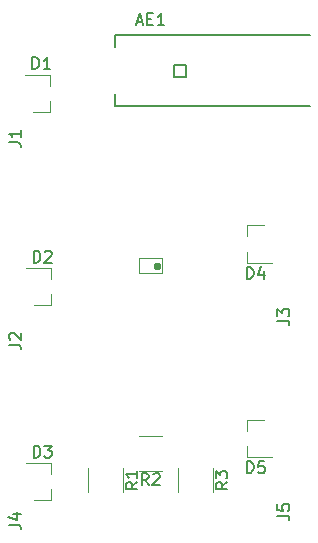
<source format=gbr>
G04 #@! TF.GenerationSoftware,KiCad,Pcbnew,(2017-05-02 revision e4d2924ee)-makepkg*
G04 #@! TF.CreationDate,2017-08-14T20:40:29-05:00*
G04 #@! TF.ProjectId,MiscRf,4D69736352662E6B696361645F706362,rev?*
G04 #@! TF.FileFunction,Legend,Top*
G04 #@! TF.FilePolarity,Positive*
%FSLAX46Y46*%
G04 Gerber Fmt 4.6, Leading zero omitted, Abs format (unit mm)*
G04 Created by KiCad (PCBNEW (2017-05-02 revision e4d2924ee)-makepkg) date 08/14/17 20:40:29*
%MOMM*%
%LPD*%
G01*
G04 APERTURE LIST*
%ADD10C,0.100000*%
%ADD11C,0.150000*%
%ADD12C,0.120000*%
%ADD13C,0.381000*%
G04 APERTURE END LIST*
D10*
D11*
X179165000Y-56650000D02*
X179165000Y-57650000D01*
X179165000Y-57650000D02*
X180165000Y-57650000D01*
X180165000Y-57650000D02*
X180165000Y-56650000D01*
X180165000Y-56650000D02*
X179165000Y-56650000D01*
X179165000Y-56650000D02*
X179165000Y-56650000D01*
X174165000Y-55150000D02*
X174165000Y-54150000D01*
X174165000Y-54150000D02*
X174165000Y-54150000D01*
X174165000Y-59150000D02*
X174165000Y-60150000D01*
X174165000Y-60150000D02*
X174165000Y-60150000D01*
X174165000Y-60150000D02*
X190665000Y-60150000D01*
X190665000Y-60150000D02*
X190665000Y-60150000D01*
X174165000Y-54150000D02*
X190665000Y-54150000D01*
X190665000Y-54150000D02*
X190665000Y-54150000D01*
D12*
X168670000Y-60635000D02*
X167210000Y-60635000D01*
X168670000Y-57475000D02*
X166510000Y-57475000D01*
X168670000Y-57475000D02*
X168670000Y-58405000D01*
X168670000Y-60635000D02*
X168670000Y-59705000D01*
X168765000Y-77018000D02*
X168765000Y-76088000D01*
X168765000Y-73858000D02*
X168765000Y-74788000D01*
X168765000Y-73858000D02*
X166605000Y-73858000D01*
X168765000Y-77018000D02*
X167305000Y-77018000D01*
X168765000Y-93528000D02*
X167305000Y-93528000D01*
X168765000Y-90368000D02*
X166605000Y-90368000D01*
X168765000Y-90368000D02*
X168765000Y-91298000D01*
X168765000Y-93528000D02*
X168765000Y-92598000D01*
X185295000Y-70236000D02*
X186755000Y-70236000D01*
X185295000Y-73396000D02*
X187455000Y-73396000D01*
X185295000Y-73396000D02*
X185295000Y-72466000D01*
X185295000Y-70236000D02*
X185295000Y-71166000D01*
X185295000Y-86685000D02*
X185295000Y-87615000D01*
X185295000Y-89845000D02*
X185295000Y-88915000D01*
X185295000Y-89845000D02*
X187455000Y-89845000D01*
X185295000Y-86685000D02*
X186755000Y-86685000D01*
X174835000Y-90821000D02*
X174835000Y-92821000D01*
X171875000Y-92821000D02*
X171875000Y-90821000D01*
X178165000Y-91015000D02*
X176165000Y-91015000D01*
X176165000Y-88055000D02*
X178165000Y-88055000D01*
X179495000Y-92821000D02*
X179495000Y-90821000D01*
X182455000Y-90821000D02*
X182455000Y-92821000D01*
D13*
X177765000Y-73560000D02*
X177665000Y-73560000D01*
X177665000Y-73560000D02*
X177665000Y-73760000D01*
X177665000Y-73760000D02*
X177765000Y-73760000D01*
X177765000Y-73760000D02*
X177765000Y-73560000D01*
D10*
X178165000Y-73035000D02*
X176165000Y-73035000D01*
X176165000Y-73035000D02*
X176165000Y-74285000D01*
X176165000Y-74285000D02*
X178165000Y-74285000D01*
X178165000Y-74285000D02*
X178165000Y-73035000D01*
D11*
X175998333Y-53006666D02*
X176474523Y-53006666D01*
X175903095Y-53292380D02*
X176236428Y-52292380D01*
X176569761Y-53292380D01*
X176903095Y-52768571D02*
X177236428Y-52768571D01*
X177379285Y-53292380D02*
X176903095Y-53292380D01*
X176903095Y-52292380D01*
X177379285Y-52292380D01*
X178331666Y-53292380D02*
X177760238Y-53292380D01*
X178045952Y-53292380D02*
X178045952Y-52292380D01*
X177950714Y-52435238D01*
X177855476Y-52530476D01*
X177760238Y-52578095D01*
X167171904Y-57007380D02*
X167171904Y-56007380D01*
X167410000Y-56007380D01*
X167552857Y-56055000D01*
X167648095Y-56150238D01*
X167695714Y-56245476D01*
X167743333Y-56435952D01*
X167743333Y-56578809D01*
X167695714Y-56769285D01*
X167648095Y-56864523D01*
X167552857Y-56959761D01*
X167410000Y-57007380D01*
X167171904Y-57007380D01*
X168695714Y-57007380D02*
X168124285Y-57007380D01*
X168410000Y-57007380D02*
X168410000Y-56007380D01*
X168314761Y-56150238D01*
X168219523Y-56245476D01*
X168124285Y-56293095D01*
X167266904Y-73390380D02*
X167266904Y-72390380D01*
X167505000Y-72390380D01*
X167647857Y-72438000D01*
X167743095Y-72533238D01*
X167790714Y-72628476D01*
X167838333Y-72818952D01*
X167838333Y-72961809D01*
X167790714Y-73152285D01*
X167743095Y-73247523D01*
X167647857Y-73342761D01*
X167505000Y-73390380D01*
X167266904Y-73390380D01*
X168219285Y-72485619D02*
X168266904Y-72438000D01*
X168362142Y-72390380D01*
X168600238Y-72390380D01*
X168695476Y-72438000D01*
X168743095Y-72485619D01*
X168790714Y-72580857D01*
X168790714Y-72676095D01*
X168743095Y-72818952D01*
X168171666Y-73390380D01*
X168790714Y-73390380D01*
X167266904Y-89900380D02*
X167266904Y-88900380D01*
X167505000Y-88900380D01*
X167647857Y-88948000D01*
X167743095Y-89043238D01*
X167790714Y-89138476D01*
X167838333Y-89328952D01*
X167838333Y-89471809D01*
X167790714Y-89662285D01*
X167743095Y-89757523D01*
X167647857Y-89852761D01*
X167505000Y-89900380D01*
X167266904Y-89900380D01*
X168171666Y-88900380D02*
X168790714Y-88900380D01*
X168457380Y-89281333D01*
X168600238Y-89281333D01*
X168695476Y-89328952D01*
X168743095Y-89376571D01*
X168790714Y-89471809D01*
X168790714Y-89709904D01*
X168743095Y-89805142D01*
X168695476Y-89852761D01*
X168600238Y-89900380D01*
X168314523Y-89900380D01*
X168219285Y-89852761D01*
X168171666Y-89805142D01*
X185316904Y-74768380D02*
X185316904Y-73768380D01*
X185555000Y-73768380D01*
X185697857Y-73816000D01*
X185793095Y-73911238D01*
X185840714Y-74006476D01*
X185888333Y-74196952D01*
X185888333Y-74339809D01*
X185840714Y-74530285D01*
X185793095Y-74625523D01*
X185697857Y-74720761D01*
X185555000Y-74768380D01*
X185316904Y-74768380D01*
X186745476Y-74101714D02*
X186745476Y-74768380D01*
X186507380Y-73720761D02*
X186269285Y-74435047D01*
X186888333Y-74435047D01*
X185316904Y-91217380D02*
X185316904Y-90217380D01*
X185555000Y-90217380D01*
X185697857Y-90265000D01*
X185793095Y-90360238D01*
X185840714Y-90455476D01*
X185888333Y-90645952D01*
X185888333Y-90788809D01*
X185840714Y-90979285D01*
X185793095Y-91074523D01*
X185697857Y-91169761D01*
X185555000Y-91217380D01*
X185316904Y-91217380D01*
X186793095Y-90217380D02*
X186316904Y-90217380D01*
X186269285Y-90693571D01*
X186316904Y-90645952D01*
X186412142Y-90598333D01*
X186650238Y-90598333D01*
X186745476Y-90645952D01*
X186793095Y-90693571D01*
X186840714Y-90788809D01*
X186840714Y-91026904D01*
X186793095Y-91122142D01*
X186745476Y-91169761D01*
X186650238Y-91217380D01*
X186412142Y-91217380D01*
X186316904Y-91169761D01*
X186269285Y-91122142D01*
X165187380Y-63198333D02*
X165901666Y-63198333D01*
X166044523Y-63245952D01*
X166139761Y-63341190D01*
X166187380Y-63484047D01*
X166187380Y-63579285D01*
X166187380Y-62198333D02*
X166187380Y-62769761D01*
X166187380Y-62484047D02*
X165187380Y-62484047D01*
X165330238Y-62579285D01*
X165425476Y-62674523D01*
X165473095Y-62769761D01*
X165187380Y-80343333D02*
X165901666Y-80343333D01*
X166044523Y-80390952D01*
X166139761Y-80486190D01*
X166187380Y-80629047D01*
X166187380Y-80724285D01*
X165282619Y-79914761D02*
X165235000Y-79867142D01*
X165187380Y-79771904D01*
X165187380Y-79533809D01*
X165235000Y-79438571D01*
X165282619Y-79390952D01*
X165377857Y-79343333D01*
X165473095Y-79343333D01*
X165615952Y-79390952D01*
X166187380Y-79962380D01*
X166187380Y-79343333D01*
X187912380Y-78311333D02*
X188626666Y-78311333D01*
X188769523Y-78358952D01*
X188864761Y-78454190D01*
X188912380Y-78597047D01*
X188912380Y-78692285D01*
X187912380Y-77930380D02*
X187912380Y-77311333D01*
X188293333Y-77644666D01*
X188293333Y-77501809D01*
X188340952Y-77406571D01*
X188388571Y-77358952D01*
X188483809Y-77311333D01*
X188721904Y-77311333D01*
X188817142Y-77358952D01*
X188864761Y-77406571D01*
X188912380Y-77501809D01*
X188912380Y-77787523D01*
X188864761Y-77882761D01*
X188817142Y-77930380D01*
X165187380Y-95583333D02*
X165901666Y-95583333D01*
X166044523Y-95630952D01*
X166139761Y-95726190D01*
X166187380Y-95869047D01*
X166187380Y-95964285D01*
X165520714Y-94678571D02*
X166187380Y-94678571D01*
X165139761Y-94916666D02*
X165854047Y-95154761D01*
X165854047Y-94535714D01*
X187912380Y-94821333D02*
X188626666Y-94821333D01*
X188769523Y-94868952D01*
X188864761Y-94964190D01*
X188912380Y-95107047D01*
X188912380Y-95202285D01*
X187912380Y-93868952D02*
X187912380Y-94345142D01*
X188388571Y-94392761D01*
X188340952Y-94345142D01*
X188293333Y-94249904D01*
X188293333Y-94011809D01*
X188340952Y-93916571D01*
X188388571Y-93868952D01*
X188483809Y-93821333D01*
X188721904Y-93821333D01*
X188817142Y-93868952D01*
X188864761Y-93916571D01*
X188912380Y-94011809D01*
X188912380Y-94249904D01*
X188864761Y-94345142D01*
X188817142Y-94392761D01*
X176057380Y-91987666D02*
X175581190Y-92321000D01*
X176057380Y-92559095D02*
X175057380Y-92559095D01*
X175057380Y-92178142D01*
X175105000Y-92082904D01*
X175152619Y-92035285D01*
X175247857Y-91987666D01*
X175390714Y-91987666D01*
X175485952Y-92035285D01*
X175533571Y-92082904D01*
X175581190Y-92178142D01*
X175581190Y-92559095D01*
X176057380Y-91035285D02*
X176057380Y-91606714D01*
X176057380Y-91321000D02*
X175057380Y-91321000D01*
X175200238Y-91416238D01*
X175295476Y-91511476D01*
X175343095Y-91606714D01*
X176998333Y-92237380D02*
X176665000Y-91761190D01*
X176426904Y-92237380D02*
X176426904Y-91237380D01*
X176807857Y-91237380D01*
X176903095Y-91285000D01*
X176950714Y-91332619D01*
X176998333Y-91427857D01*
X176998333Y-91570714D01*
X176950714Y-91665952D01*
X176903095Y-91713571D01*
X176807857Y-91761190D01*
X176426904Y-91761190D01*
X177379285Y-91332619D02*
X177426904Y-91285000D01*
X177522142Y-91237380D01*
X177760238Y-91237380D01*
X177855476Y-91285000D01*
X177903095Y-91332619D01*
X177950714Y-91427857D01*
X177950714Y-91523095D01*
X177903095Y-91665952D01*
X177331666Y-92237380D01*
X177950714Y-92237380D01*
X183677380Y-91987666D02*
X183201190Y-92321000D01*
X183677380Y-92559095D02*
X182677380Y-92559095D01*
X182677380Y-92178142D01*
X182725000Y-92082904D01*
X182772619Y-92035285D01*
X182867857Y-91987666D01*
X183010714Y-91987666D01*
X183105952Y-92035285D01*
X183153571Y-92082904D01*
X183201190Y-92178142D01*
X183201190Y-92559095D01*
X182677380Y-91654333D02*
X182677380Y-91035285D01*
X183058333Y-91368619D01*
X183058333Y-91225761D01*
X183105952Y-91130523D01*
X183153571Y-91082904D01*
X183248809Y-91035285D01*
X183486904Y-91035285D01*
X183582142Y-91082904D01*
X183629761Y-91130523D01*
X183677380Y-91225761D01*
X183677380Y-91511476D01*
X183629761Y-91606714D01*
X183582142Y-91654333D01*
M02*

</source>
